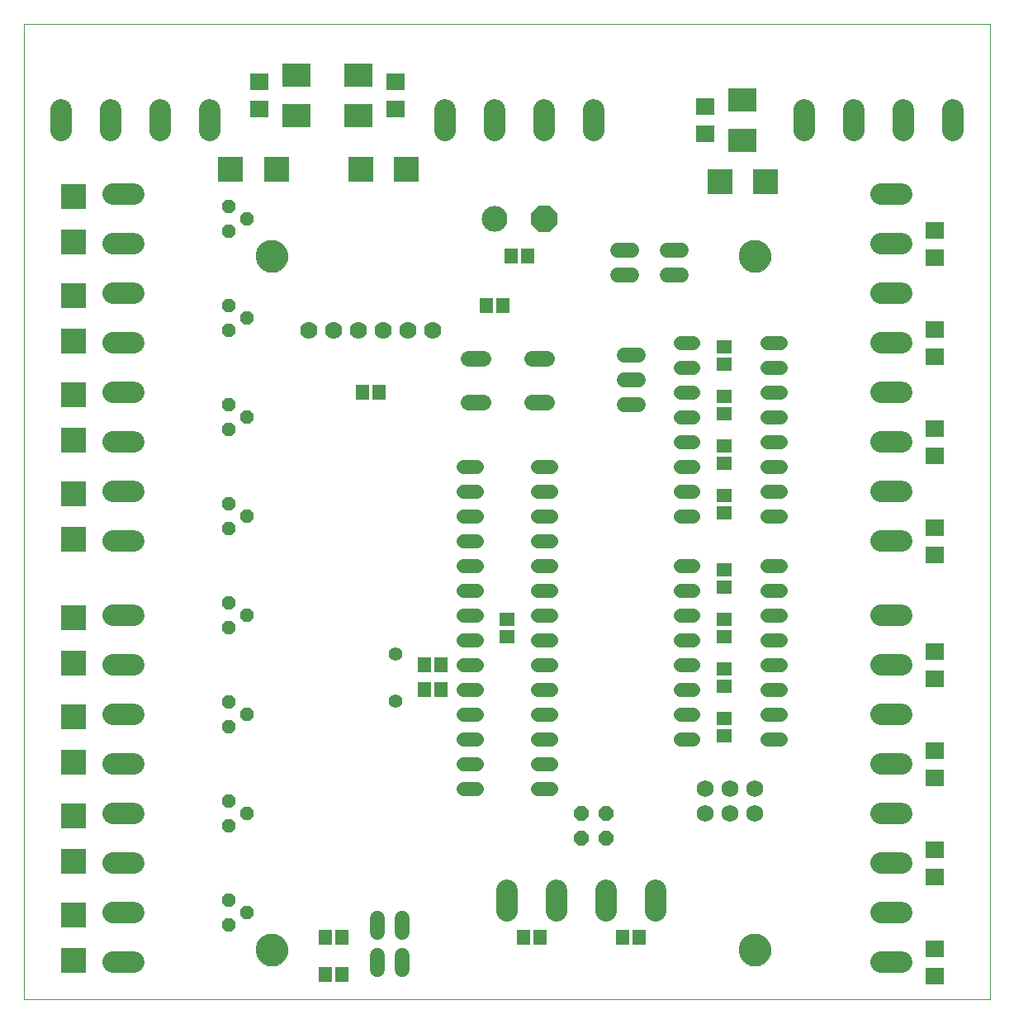
<source format=gbs>
G75*
G70*
%OFA0B0*%
%FSLAX24Y24*%
%IPPOS*%
%LPD*%
%AMOC8*
5,1,8,0,0,1.08239X$1,22.5*
%
%ADD10C,0.0000*%
%ADD11C,0.1300*%
%ADD12C,0.0865*%
%ADD13R,0.1040X0.1040*%
%ADD14OC8,0.0560*%
%ADD15C,0.0560*%
%ADD16R,0.0750X0.0670*%
%ADD17C,0.0640*%
%ADD18C,0.0700*%
%ADD19R,0.0552X0.0631*%
%ADD20C,0.0560*%
%ADD21C,0.0680*%
%ADD22C,0.1040*%
%ADD23OC8,0.1040*%
%ADD24C,0.0600*%
%ADD25OC8,0.0600*%
%ADD26R,0.0631X0.0552*%
%ADD27R,0.1140X0.0940*%
D10*
X000101Y000242D02*
X000101Y039612D01*
X039093Y039612D01*
X039093Y000242D01*
X000101Y000242D01*
X009471Y002242D02*
X009473Y002292D01*
X009479Y002342D01*
X009489Y002391D01*
X009503Y002439D01*
X009520Y002486D01*
X009541Y002531D01*
X009566Y002575D01*
X009594Y002616D01*
X009626Y002655D01*
X009660Y002692D01*
X009697Y002726D01*
X009737Y002756D01*
X009779Y002783D01*
X009823Y002807D01*
X009869Y002828D01*
X009916Y002844D01*
X009964Y002857D01*
X010014Y002866D01*
X010063Y002871D01*
X010114Y002872D01*
X010164Y002869D01*
X010213Y002862D01*
X010262Y002851D01*
X010310Y002836D01*
X010356Y002818D01*
X010401Y002796D01*
X010444Y002770D01*
X010485Y002741D01*
X010524Y002709D01*
X010560Y002674D01*
X010592Y002636D01*
X010622Y002596D01*
X010649Y002553D01*
X010672Y002509D01*
X010691Y002463D01*
X010707Y002415D01*
X010719Y002366D01*
X010727Y002317D01*
X010731Y002267D01*
X010731Y002217D01*
X010727Y002167D01*
X010719Y002118D01*
X010707Y002069D01*
X010691Y002021D01*
X010672Y001975D01*
X010649Y001931D01*
X010622Y001888D01*
X010592Y001848D01*
X010560Y001810D01*
X010524Y001775D01*
X010485Y001743D01*
X010444Y001714D01*
X010401Y001688D01*
X010356Y001666D01*
X010310Y001648D01*
X010262Y001633D01*
X010213Y001622D01*
X010164Y001615D01*
X010114Y001612D01*
X010063Y001613D01*
X010014Y001618D01*
X009964Y001627D01*
X009916Y001640D01*
X009869Y001656D01*
X009823Y001677D01*
X009779Y001701D01*
X009737Y001728D01*
X009697Y001758D01*
X009660Y001792D01*
X009626Y001829D01*
X009594Y001868D01*
X009566Y001909D01*
X009541Y001953D01*
X009520Y001998D01*
X009503Y002045D01*
X009489Y002093D01*
X009479Y002142D01*
X009473Y002192D01*
X009471Y002242D01*
X028971Y002242D02*
X028973Y002292D01*
X028979Y002342D01*
X028989Y002391D01*
X029003Y002439D01*
X029020Y002486D01*
X029041Y002531D01*
X029066Y002575D01*
X029094Y002616D01*
X029126Y002655D01*
X029160Y002692D01*
X029197Y002726D01*
X029237Y002756D01*
X029279Y002783D01*
X029323Y002807D01*
X029369Y002828D01*
X029416Y002844D01*
X029464Y002857D01*
X029514Y002866D01*
X029563Y002871D01*
X029614Y002872D01*
X029664Y002869D01*
X029713Y002862D01*
X029762Y002851D01*
X029810Y002836D01*
X029856Y002818D01*
X029901Y002796D01*
X029944Y002770D01*
X029985Y002741D01*
X030024Y002709D01*
X030060Y002674D01*
X030092Y002636D01*
X030122Y002596D01*
X030149Y002553D01*
X030172Y002509D01*
X030191Y002463D01*
X030207Y002415D01*
X030219Y002366D01*
X030227Y002317D01*
X030231Y002267D01*
X030231Y002217D01*
X030227Y002167D01*
X030219Y002118D01*
X030207Y002069D01*
X030191Y002021D01*
X030172Y001975D01*
X030149Y001931D01*
X030122Y001888D01*
X030092Y001848D01*
X030060Y001810D01*
X030024Y001775D01*
X029985Y001743D01*
X029944Y001714D01*
X029901Y001688D01*
X029856Y001666D01*
X029810Y001648D01*
X029762Y001633D01*
X029713Y001622D01*
X029664Y001615D01*
X029614Y001612D01*
X029563Y001613D01*
X029514Y001618D01*
X029464Y001627D01*
X029416Y001640D01*
X029369Y001656D01*
X029323Y001677D01*
X029279Y001701D01*
X029237Y001728D01*
X029197Y001758D01*
X029160Y001792D01*
X029126Y001829D01*
X029094Y001868D01*
X029066Y001909D01*
X029041Y001953D01*
X029020Y001998D01*
X029003Y002045D01*
X028989Y002093D01*
X028979Y002142D01*
X028973Y002192D01*
X028971Y002242D01*
X028971Y030242D02*
X028973Y030292D01*
X028979Y030342D01*
X028989Y030391D01*
X029003Y030439D01*
X029020Y030486D01*
X029041Y030531D01*
X029066Y030575D01*
X029094Y030616D01*
X029126Y030655D01*
X029160Y030692D01*
X029197Y030726D01*
X029237Y030756D01*
X029279Y030783D01*
X029323Y030807D01*
X029369Y030828D01*
X029416Y030844D01*
X029464Y030857D01*
X029514Y030866D01*
X029563Y030871D01*
X029614Y030872D01*
X029664Y030869D01*
X029713Y030862D01*
X029762Y030851D01*
X029810Y030836D01*
X029856Y030818D01*
X029901Y030796D01*
X029944Y030770D01*
X029985Y030741D01*
X030024Y030709D01*
X030060Y030674D01*
X030092Y030636D01*
X030122Y030596D01*
X030149Y030553D01*
X030172Y030509D01*
X030191Y030463D01*
X030207Y030415D01*
X030219Y030366D01*
X030227Y030317D01*
X030231Y030267D01*
X030231Y030217D01*
X030227Y030167D01*
X030219Y030118D01*
X030207Y030069D01*
X030191Y030021D01*
X030172Y029975D01*
X030149Y029931D01*
X030122Y029888D01*
X030092Y029848D01*
X030060Y029810D01*
X030024Y029775D01*
X029985Y029743D01*
X029944Y029714D01*
X029901Y029688D01*
X029856Y029666D01*
X029810Y029648D01*
X029762Y029633D01*
X029713Y029622D01*
X029664Y029615D01*
X029614Y029612D01*
X029563Y029613D01*
X029514Y029618D01*
X029464Y029627D01*
X029416Y029640D01*
X029369Y029656D01*
X029323Y029677D01*
X029279Y029701D01*
X029237Y029728D01*
X029197Y029758D01*
X029160Y029792D01*
X029126Y029829D01*
X029094Y029868D01*
X029066Y029909D01*
X029041Y029953D01*
X029020Y029998D01*
X029003Y030045D01*
X028989Y030093D01*
X028979Y030142D01*
X028973Y030192D01*
X028971Y030242D01*
X009471Y030242D02*
X009473Y030292D01*
X009479Y030342D01*
X009489Y030391D01*
X009503Y030439D01*
X009520Y030486D01*
X009541Y030531D01*
X009566Y030575D01*
X009594Y030616D01*
X009626Y030655D01*
X009660Y030692D01*
X009697Y030726D01*
X009737Y030756D01*
X009779Y030783D01*
X009823Y030807D01*
X009869Y030828D01*
X009916Y030844D01*
X009964Y030857D01*
X010014Y030866D01*
X010063Y030871D01*
X010114Y030872D01*
X010164Y030869D01*
X010213Y030862D01*
X010262Y030851D01*
X010310Y030836D01*
X010356Y030818D01*
X010401Y030796D01*
X010444Y030770D01*
X010485Y030741D01*
X010524Y030709D01*
X010560Y030674D01*
X010592Y030636D01*
X010622Y030596D01*
X010649Y030553D01*
X010672Y030509D01*
X010691Y030463D01*
X010707Y030415D01*
X010719Y030366D01*
X010727Y030317D01*
X010731Y030267D01*
X010731Y030217D01*
X010727Y030167D01*
X010719Y030118D01*
X010707Y030069D01*
X010691Y030021D01*
X010672Y029975D01*
X010649Y029931D01*
X010622Y029888D01*
X010592Y029848D01*
X010560Y029810D01*
X010524Y029775D01*
X010485Y029743D01*
X010444Y029714D01*
X010401Y029688D01*
X010356Y029666D01*
X010310Y029648D01*
X010262Y029633D01*
X010213Y029622D01*
X010164Y029615D01*
X010114Y029612D01*
X010063Y029613D01*
X010014Y029618D01*
X009964Y029627D01*
X009916Y029640D01*
X009869Y029656D01*
X009823Y029677D01*
X009779Y029701D01*
X009737Y029728D01*
X009697Y029758D01*
X009660Y029792D01*
X009626Y029829D01*
X009594Y029868D01*
X009566Y029909D01*
X009541Y029953D01*
X009520Y029998D01*
X009503Y030045D01*
X009489Y030093D01*
X009479Y030142D01*
X009473Y030192D01*
X009471Y030242D01*
D11*
X010101Y030242D03*
X029601Y030242D03*
X029601Y002242D03*
X010101Y002242D03*
D12*
X004513Y001742D02*
X003688Y001742D01*
X003688Y003742D02*
X004513Y003742D01*
X004513Y005742D02*
X003688Y005742D01*
X003688Y007742D02*
X004513Y007742D01*
X004513Y009742D02*
X003688Y009742D01*
X003688Y011742D02*
X004513Y011742D01*
X004513Y013742D02*
X003688Y013742D01*
X003688Y015742D02*
X004513Y015742D01*
X004513Y018742D02*
X003688Y018742D01*
X003688Y020742D02*
X004513Y020742D01*
X004513Y022742D02*
X003688Y022742D01*
X003688Y024742D02*
X004513Y024742D01*
X004513Y026742D02*
X003688Y026742D01*
X003688Y028742D02*
X004513Y028742D01*
X004513Y030742D02*
X003688Y030742D01*
X003688Y032742D02*
X004513Y032742D01*
X003601Y035329D02*
X003601Y036154D01*
X005601Y036154D02*
X005601Y035329D01*
X007601Y035329D02*
X007601Y036154D01*
X001601Y036154D02*
X001601Y035329D01*
X017101Y035329D02*
X017101Y036154D01*
X019101Y036154D02*
X019101Y035329D01*
X021101Y035329D02*
X021101Y036154D01*
X023101Y036154D02*
X023101Y035329D01*
X031601Y035329D02*
X031601Y036154D01*
X033601Y036154D02*
X033601Y035329D01*
X035601Y035329D02*
X035601Y036154D01*
X037601Y036154D02*
X037601Y035329D01*
X035513Y032742D02*
X034688Y032742D01*
X034688Y030742D02*
X035513Y030742D01*
X035513Y028742D02*
X034688Y028742D01*
X034688Y026742D02*
X035513Y026742D01*
X035513Y024742D02*
X034688Y024742D01*
X034688Y022742D02*
X035513Y022742D01*
X035513Y020742D02*
X034688Y020742D01*
X034688Y018742D02*
X035513Y018742D01*
X035513Y015742D02*
X034688Y015742D01*
X034688Y013742D02*
X035513Y013742D01*
X035513Y011742D02*
X034688Y011742D01*
X034688Y009742D02*
X035513Y009742D01*
X035513Y007742D02*
X034688Y007742D01*
X034688Y005742D02*
X035513Y005742D01*
X035513Y003742D02*
X034688Y003742D01*
X034688Y001742D02*
X035513Y001742D01*
X025601Y003829D02*
X025601Y004654D01*
X023601Y004654D02*
X023601Y003829D01*
X021601Y003829D02*
X021601Y004654D01*
X019601Y004654D02*
X019601Y003829D01*
D13*
X002101Y003667D03*
X002101Y001817D03*
X002101Y005817D03*
X002101Y007667D03*
X002101Y009817D03*
X002101Y011667D03*
X002101Y013817D03*
X002101Y015667D03*
X002101Y018817D03*
X002101Y020667D03*
X002101Y022817D03*
X002101Y024667D03*
X002101Y026817D03*
X002101Y028667D03*
X002101Y030817D03*
X002101Y032667D03*
X008426Y033742D03*
X010276Y033742D03*
X013676Y033742D03*
X015526Y033742D03*
X028176Y033242D03*
X030026Y033242D03*
D14*
X009101Y031742D03*
X008351Y032242D03*
X008351Y031242D03*
X008351Y028242D03*
X009101Y027742D03*
X008351Y027242D03*
X008351Y024242D03*
X009101Y023742D03*
X008351Y023242D03*
X008351Y020242D03*
X009101Y019742D03*
X008351Y019242D03*
X008351Y016242D03*
X009101Y015742D03*
X008351Y015242D03*
X008351Y012242D03*
X009101Y011742D03*
X008351Y011242D03*
X008351Y008242D03*
X009101Y007742D03*
X008351Y007242D03*
X008351Y004242D03*
X009101Y003742D03*
X008351Y003242D03*
D15*
X017841Y008742D02*
X018361Y008742D01*
X018361Y009742D02*
X017841Y009742D01*
X017841Y010742D02*
X018361Y010742D01*
X018361Y011742D02*
X017841Y011742D01*
X017841Y012742D02*
X018361Y012742D01*
X018361Y013742D02*
X017841Y013742D01*
X017841Y014742D02*
X018361Y014742D01*
X018361Y015742D02*
X017841Y015742D01*
X017841Y016742D02*
X018361Y016742D01*
X018361Y017742D02*
X017841Y017742D01*
X017841Y018742D02*
X018361Y018742D01*
X018361Y019742D02*
X017841Y019742D01*
X017841Y020742D02*
X018361Y020742D01*
X018361Y021742D02*
X017841Y021742D01*
X020841Y021742D02*
X021361Y021742D01*
X021361Y020742D02*
X020841Y020742D01*
X020841Y019742D02*
X021361Y019742D01*
X021361Y018742D02*
X020841Y018742D01*
X020841Y017742D02*
X021361Y017742D01*
X021361Y016742D02*
X020841Y016742D01*
X020841Y015742D02*
X021361Y015742D01*
X021361Y014742D02*
X020841Y014742D01*
X020841Y013742D02*
X021361Y013742D01*
X021361Y012742D02*
X020841Y012742D01*
X020841Y011742D02*
X021361Y011742D01*
X021361Y010742D02*
X020841Y010742D01*
X020841Y009742D02*
X021361Y009742D01*
X021361Y008742D02*
X020841Y008742D01*
X026581Y010742D02*
X027101Y010742D01*
X027101Y011742D02*
X026581Y011742D01*
X026581Y012742D02*
X027101Y012742D01*
X027101Y013742D02*
X026581Y013742D01*
X026581Y014742D02*
X027101Y014742D01*
X027101Y015742D02*
X026581Y015742D01*
X026581Y016742D02*
X027101Y016742D01*
X027101Y017742D02*
X026581Y017742D01*
X026581Y019742D02*
X027101Y019742D01*
X027101Y020742D02*
X026581Y020742D01*
X026581Y021742D02*
X027101Y021742D01*
X027101Y022742D02*
X026581Y022742D01*
X026581Y023742D02*
X027101Y023742D01*
X027101Y024742D02*
X026581Y024742D01*
X026581Y025742D02*
X027101Y025742D01*
X027101Y026742D02*
X026581Y026742D01*
X030101Y026742D02*
X030621Y026742D01*
X030621Y025742D02*
X030101Y025742D01*
X030101Y024742D02*
X030621Y024742D01*
X030621Y023742D02*
X030101Y023742D01*
X030101Y022742D02*
X030621Y022742D01*
X030621Y021742D02*
X030101Y021742D01*
X030101Y020742D02*
X030621Y020742D01*
X030621Y019742D02*
X030101Y019742D01*
X030101Y017742D02*
X030621Y017742D01*
X030621Y016742D02*
X030101Y016742D01*
X030101Y015742D02*
X030621Y015742D01*
X030621Y014742D02*
X030101Y014742D01*
X030101Y013742D02*
X030621Y013742D01*
X030621Y012742D02*
X030101Y012742D01*
X030101Y011742D02*
X030621Y011742D01*
X030621Y010742D02*
X030101Y010742D01*
D16*
X036851Y010302D03*
X036851Y009182D03*
X036851Y006302D03*
X036851Y005182D03*
X036851Y002302D03*
X036851Y001182D03*
X036851Y013182D03*
X036851Y014302D03*
X036851Y018182D03*
X036851Y019302D03*
X036851Y022182D03*
X036851Y023302D03*
X036851Y026182D03*
X036851Y027302D03*
X036851Y030182D03*
X036851Y031302D03*
X027601Y035182D03*
X027601Y036302D03*
X015101Y036182D03*
X015101Y037302D03*
X009601Y037302D03*
X009601Y036182D03*
D17*
X018021Y026132D02*
X018621Y026132D01*
X018621Y024352D02*
X018021Y024352D01*
X020581Y024352D02*
X021181Y024352D01*
X021181Y026132D02*
X020581Y026132D01*
D18*
X016601Y027242D03*
X015601Y027242D03*
X014601Y027242D03*
X013601Y027242D03*
X012601Y027242D03*
X011601Y027242D03*
D19*
X013766Y024742D03*
X014435Y024742D03*
X018766Y028242D03*
X019435Y028242D03*
X019766Y030242D03*
X020435Y030242D03*
X016935Y013742D03*
X016266Y013742D03*
X016266Y012742D03*
X016935Y012742D03*
X020266Y002742D03*
X020935Y002742D03*
X024266Y002742D03*
X024935Y002742D03*
X012935Y002742D03*
X012266Y002742D03*
X012266Y001242D03*
X012935Y001242D03*
D20*
X015101Y012292D03*
X015101Y014192D03*
D21*
X027601Y008742D03*
X028601Y008742D03*
X028601Y007742D03*
X027601Y007742D03*
X029601Y007742D03*
X029601Y008742D03*
D22*
X019101Y031742D03*
D23*
X021101Y031742D03*
D24*
X024071Y030492D02*
X024631Y030492D01*
X024631Y029492D02*
X024071Y029492D01*
X026071Y029492D02*
X026631Y029492D01*
X026631Y030492D02*
X026071Y030492D01*
X024881Y026242D02*
X024321Y026242D01*
X024321Y025242D02*
X024881Y025242D01*
X024881Y024242D02*
X024321Y024242D01*
X015351Y003522D02*
X015351Y002962D01*
X015351Y002022D02*
X015351Y001462D01*
X014351Y001462D02*
X014351Y002022D01*
X014351Y002962D02*
X014351Y003522D01*
D25*
X022601Y006742D03*
X023601Y006742D03*
X023601Y007742D03*
X022601Y007742D03*
D26*
X028351Y010907D03*
X028351Y011577D03*
X028351Y012907D03*
X028351Y013577D03*
X028351Y014907D03*
X028351Y015577D03*
X028351Y016907D03*
X028351Y017577D03*
X028351Y019907D03*
X028351Y020577D03*
X028351Y021907D03*
X028351Y022577D03*
X028351Y023907D03*
X028351Y024577D03*
X028351Y025907D03*
X028351Y026577D03*
X019601Y015577D03*
X019601Y014907D03*
D27*
X029101Y034936D03*
X029101Y036547D03*
X013601Y035936D03*
X013601Y037547D03*
X011101Y037547D03*
X011101Y035936D03*
M02*

</source>
